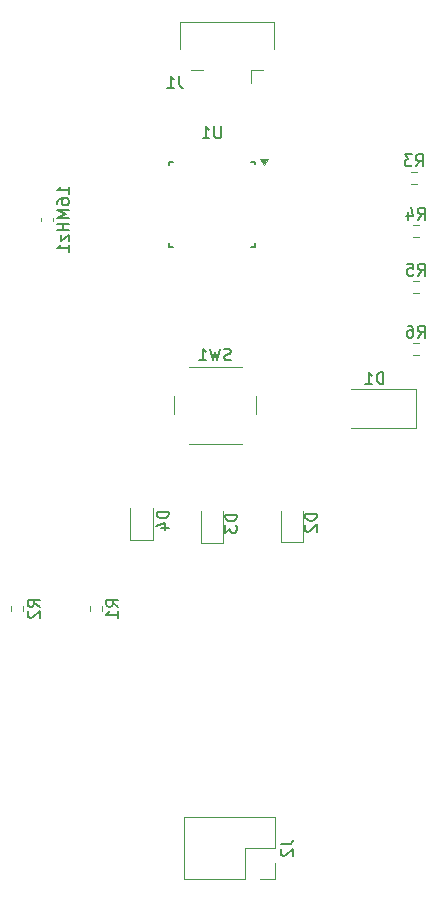
<source format=gbr>
%TF.GenerationSoftware,KiCad,Pcbnew,9.0.0*%
%TF.CreationDate,2025-04-07T20:23:24+05:30*%
%TF.ProjectId,arduino nano clone,61726475-696e-46f2-906e-616e6f20636c,rev?*%
%TF.SameCoordinates,Original*%
%TF.FileFunction,Legend,Bot*%
%TF.FilePolarity,Positive*%
%FSLAX46Y46*%
G04 Gerber Fmt 4.6, Leading zero omitted, Abs format (unit mm)*
G04 Created by KiCad (PCBNEW 9.0.0) date 2025-04-07 20:23:24*
%MOMM*%
%LPD*%
G01*
G04 APERTURE LIST*
%ADD10C,0.150000*%
%ADD11C,0.100000*%
%ADD12C,0.120000*%
G04 APERTURE END LIST*
D10*
X150570713Y-63384819D02*
X150570713Y-64099104D01*
X150570713Y-64099104D02*
X150618332Y-64241961D01*
X150618332Y-64241961D02*
X150713570Y-64337200D01*
X150713570Y-64337200D02*
X150856427Y-64384819D01*
X150856427Y-64384819D02*
X150951665Y-64384819D01*
X149570713Y-64384819D02*
X150142141Y-64384819D01*
X149856427Y-64384819D02*
X149856427Y-63384819D01*
X149856427Y-63384819D02*
X149951665Y-63527676D01*
X149951665Y-63527676D02*
X150046903Y-63622914D01*
X150046903Y-63622914D02*
X150142141Y-63670533D01*
X138762199Y-108313333D02*
X138286008Y-107980000D01*
X138762199Y-107741905D02*
X137762199Y-107741905D01*
X137762199Y-107741905D02*
X137762199Y-108122857D01*
X137762199Y-108122857D02*
X137809818Y-108218095D01*
X137809818Y-108218095D02*
X137857437Y-108265714D01*
X137857437Y-108265714D02*
X137952675Y-108313333D01*
X137952675Y-108313333D02*
X138095532Y-108313333D01*
X138095532Y-108313333D02*
X138190770Y-108265714D01*
X138190770Y-108265714D02*
X138238389Y-108218095D01*
X138238389Y-108218095D02*
X138286008Y-108122857D01*
X138286008Y-108122857D02*
X138286008Y-107741905D01*
X137857437Y-108694286D02*
X137809818Y-108741905D01*
X137809818Y-108741905D02*
X137762199Y-108837143D01*
X137762199Y-108837143D02*
X137762199Y-109075238D01*
X137762199Y-109075238D02*
X137809818Y-109170476D01*
X137809818Y-109170476D02*
X137857437Y-109218095D01*
X137857437Y-109218095D02*
X137952675Y-109265714D01*
X137952675Y-109265714D02*
X138047913Y-109265714D01*
X138047913Y-109265714D02*
X138190770Y-109218095D01*
X138190770Y-109218095D02*
X138762199Y-108646667D01*
X138762199Y-108646667D02*
X138762199Y-109265714D01*
X170794046Y-80274819D02*
X171127379Y-79798628D01*
X171365474Y-80274819D02*
X171365474Y-79274819D01*
X171365474Y-79274819D02*
X170984522Y-79274819D01*
X170984522Y-79274819D02*
X170889284Y-79322438D01*
X170889284Y-79322438D02*
X170841665Y-79370057D01*
X170841665Y-79370057D02*
X170794046Y-79465295D01*
X170794046Y-79465295D02*
X170794046Y-79608152D01*
X170794046Y-79608152D02*
X170841665Y-79703390D01*
X170841665Y-79703390D02*
X170889284Y-79751009D01*
X170889284Y-79751009D02*
X170984522Y-79798628D01*
X170984522Y-79798628D02*
X171365474Y-79798628D01*
X169889284Y-79274819D02*
X170365474Y-79274819D01*
X170365474Y-79274819D02*
X170413093Y-79751009D01*
X170413093Y-79751009D02*
X170365474Y-79703390D01*
X170365474Y-79703390D02*
X170270236Y-79655771D01*
X170270236Y-79655771D02*
X170032141Y-79655771D01*
X170032141Y-79655771D02*
X169936903Y-79703390D01*
X169936903Y-79703390D02*
X169889284Y-79751009D01*
X169889284Y-79751009D02*
X169841665Y-79846247D01*
X169841665Y-79846247D02*
X169841665Y-80084342D01*
X169841665Y-80084342D02*
X169889284Y-80179580D01*
X169889284Y-80179580D02*
X169936903Y-80227200D01*
X169936903Y-80227200D02*
X170032141Y-80274819D01*
X170032141Y-80274819D02*
X170270236Y-80274819D01*
X170270236Y-80274819D02*
X170365474Y-80227200D01*
X170365474Y-80227200D02*
X170413093Y-80179580D01*
X155482199Y-100511905D02*
X154482199Y-100511905D01*
X154482199Y-100511905D02*
X154482199Y-100750000D01*
X154482199Y-100750000D02*
X154529818Y-100892857D01*
X154529818Y-100892857D02*
X154625056Y-100988095D01*
X154625056Y-100988095D02*
X154720294Y-101035714D01*
X154720294Y-101035714D02*
X154910770Y-101083333D01*
X154910770Y-101083333D02*
X155053627Y-101083333D01*
X155053627Y-101083333D02*
X155244103Y-101035714D01*
X155244103Y-101035714D02*
X155339341Y-100988095D01*
X155339341Y-100988095D02*
X155434580Y-100892857D01*
X155434580Y-100892857D02*
X155482199Y-100750000D01*
X155482199Y-100750000D02*
X155482199Y-100511905D01*
X154482199Y-101416667D02*
X154482199Y-102035714D01*
X154482199Y-102035714D02*
X154863151Y-101702381D01*
X154863151Y-101702381D02*
X154863151Y-101845238D01*
X154863151Y-101845238D02*
X154910770Y-101940476D01*
X154910770Y-101940476D02*
X154958389Y-101988095D01*
X154958389Y-101988095D02*
X155053627Y-102035714D01*
X155053627Y-102035714D02*
X155291722Y-102035714D01*
X155291722Y-102035714D02*
X155386960Y-101988095D01*
X155386960Y-101988095D02*
X155434580Y-101940476D01*
X155434580Y-101940476D02*
X155482199Y-101845238D01*
X155482199Y-101845238D02*
X155482199Y-101559524D01*
X155482199Y-101559524D02*
X155434580Y-101464286D01*
X155434580Y-101464286D02*
X155386960Y-101416667D01*
X159187199Y-128421666D02*
X159901484Y-128421666D01*
X159901484Y-128421666D02*
X160044341Y-128374047D01*
X160044341Y-128374047D02*
X160139580Y-128278809D01*
X160139580Y-128278809D02*
X160187199Y-128135952D01*
X160187199Y-128135952D02*
X160187199Y-128040714D01*
X159282437Y-128850238D02*
X159234818Y-128897857D01*
X159234818Y-128897857D02*
X159187199Y-128993095D01*
X159187199Y-128993095D02*
X159187199Y-129231190D01*
X159187199Y-129231190D02*
X159234818Y-129326428D01*
X159234818Y-129326428D02*
X159282437Y-129374047D01*
X159282437Y-129374047D02*
X159377675Y-129421666D01*
X159377675Y-129421666D02*
X159472913Y-129421666D01*
X159472913Y-129421666D02*
X159615770Y-129374047D01*
X159615770Y-129374047D02*
X160187199Y-128802619D01*
X160187199Y-128802619D02*
X160187199Y-129421666D01*
X145417199Y-108313333D02*
X144941008Y-107980000D01*
X145417199Y-107741905D02*
X144417199Y-107741905D01*
X144417199Y-107741905D02*
X144417199Y-108122857D01*
X144417199Y-108122857D02*
X144464818Y-108218095D01*
X144464818Y-108218095D02*
X144512437Y-108265714D01*
X144512437Y-108265714D02*
X144607675Y-108313333D01*
X144607675Y-108313333D02*
X144750532Y-108313333D01*
X144750532Y-108313333D02*
X144845770Y-108265714D01*
X144845770Y-108265714D02*
X144893389Y-108218095D01*
X144893389Y-108218095D02*
X144941008Y-108122857D01*
X144941008Y-108122857D02*
X144941008Y-107741905D01*
X145417199Y-109265714D02*
X145417199Y-108694286D01*
X145417199Y-108980000D02*
X144417199Y-108980000D01*
X144417199Y-108980000D02*
X144560056Y-108884762D01*
X144560056Y-108884762D02*
X144655294Y-108789524D01*
X144655294Y-108789524D02*
X144702913Y-108694286D01*
X170619046Y-71024819D02*
X170952379Y-70548628D01*
X171190474Y-71024819D02*
X171190474Y-70024819D01*
X171190474Y-70024819D02*
X170809522Y-70024819D01*
X170809522Y-70024819D02*
X170714284Y-70072438D01*
X170714284Y-70072438D02*
X170666665Y-70120057D01*
X170666665Y-70120057D02*
X170619046Y-70215295D01*
X170619046Y-70215295D02*
X170619046Y-70358152D01*
X170619046Y-70358152D02*
X170666665Y-70453390D01*
X170666665Y-70453390D02*
X170714284Y-70501009D01*
X170714284Y-70501009D02*
X170809522Y-70548628D01*
X170809522Y-70548628D02*
X171190474Y-70548628D01*
X170285712Y-70024819D02*
X169666665Y-70024819D01*
X169666665Y-70024819D02*
X169999998Y-70405771D01*
X169999998Y-70405771D02*
X169857141Y-70405771D01*
X169857141Y-70405771D02*
X169761903Y-70453390D01*
X169761903Y-70453390D02*
X169714284Y-70501009D01*
X169714284Y-70501009D02*
X169666665Y-70596247D01*
X169666665Y-70596247D02*
X169666665Y-70834342D01*
X169666665Y-70834342D02*
X169714284Y-70929580D01*
X169714284Y-70929580D02*
X169761903Y-70977200D01*
X169761903Y-70977200D02*
X169857141Y-71024819D01*
X169857141Y-71024819D02*
X170142855Y-71024819D01*
X170142855Y-71024819D02*
X170238093Y-70977200D01*
X170238093Y-70977200D02*
X170285712Y-70929580D01*
X141262199Y-73358333D02*
X141262199Y-72786905D01*
X141262199Y-73072619D02*
X140262199Y-73072619D01*
X140262199Y-73072619D02*
X140405056Y-72977381D01*
X140405056Y-72977381D02*
X140500294Y-72882143D01*
X140500294Y-72882143D02*
X140547913Y-72786905D01*
X140262199Y-74215476D02*
X140262199Y-74025000D01*
X140262199Y-74025000D02*
X140309818Y-73929762D01*
X140309818Y-73929762D02*
X140357437Y-73882143D01*
X140357437Y-73882143D02*
X140500294Y-73786905D01*
X140500294Y-73786905D02*
X140690770Y-73739286D01*
X140690770Y-73739286D02*
X141071722Y-73739286D01*
X141071722Y-73739286D02*
X141166960Y-73786905D01*
X141166960Y-73786905D02*
X141214580Y-73834524D01*
X141214580Y-73834524D02*
X141262199Y-73929762D01*
X141262199Y-73929762D02*
X141262199Y-74120238D01*
X141262199Y-74120238D02*
X141214580Y-74215476D01*
X141214580Y-74215476D02*
X141166960Y-74263095D01*
X141166960Y-74263095D02*
X141071722Y-74310714D01*
X141071722Y-74310714D02*
X140833627Y-74310714D01*
X140833627Y-74310714D02*
X140738389Y-74263095D01*
X140738389Y-74263095D02*
X140690770Y-74215476D01*
X140690770Y-74215476D02*
X140643151Y-74120238D01*
X140643151Y-74120238D02*
X140643151Y-73929762D01*
X140643151Y-73929762D02*
X140690770Y-73834524D01*
X140690770Y-73834524D02*
X140738389Y-73786905D01*
X140738389Y-73786905D02*
X140833627Y-73739286D01*
X141262199Y-74739286D02*
X140262199Y-74739286D01*
X140262199Y-74739286D02*
X140976484Y-75072619D01*
X140976484Y-75072619D02*
X140262199Y-75405952D01*
X140262199Y-75405952D02*
X141262199Y-75405952D01*
X141262199Y-75882143D02*
X140262199Y-75882143D01*
X140738389Y-75882143D02*
X140738389Y-76453571D01*
X141262199Y-76453571D02*
X140262199Y-76453571D01*
X140595532Y-76834524D02*
X140595532Y-77358333D01*
X140595532Y-77358333D02*
X141262199Y-76834524D01*
X141262199Y-76834524D02*
X141262199Y-77358333D01*
X141262199Y-78263095D02*
X141262199Y-77691667D01*
X141262199Y-77977381D02*
X140262199Y-77977381D01*
X140262199Y-77977381D02*
X140405056Y-77882143D01*
X140405056Y-77882143D02*
X140500294Y-77786905D01*
X140500294Y-77786905D02*
X140547913Y-77691667D01*
X154139284Y-67654819D02*
X154139284Y-68464342D01*
X154139284Y-68464342D02*
X154091665Y-68559580D01*
X154091665Y-68559580D02*
X154044046Y-68607200D01*
X154044046Y-68607200D02*
X153948808Y-68654819D01*
X153948808Y-68654819D02*
X153758332Y-68654819D01*
X153758332Y-68654819D02*
X153663094Y-68607200D01*
X153663094Y-68607200D02*
X153615475Y-68559580D01*
X153615475Y-68559580D02*
X153567856Y-68464342D01*
X153567856Y-68464342D02*
X153567856Y-67654819D01*
X152567856Y-68654819D02*
X153139284Y-68654819D01*
X152853570Y-68654819D02*
X152853570Y-67654819D01*
X152853570Y-67654819D02*
X152948808Y-67797676D01*
X152948808Y-67797676D02*
X153044046Y-67892914D01*
X153044046Y-67892914D02*
X153139284Y-67940533D01*
X162232199Y-100449405D02*
X161232199Y-100449405D01*
X161232199Y-100449405D02*
X161232199Y-100687500D01*
X161232199Y-100687500D02*
X161279818Y-100830357D01*
X161279818Y-100830357D02*
X161375056Y-100925595D01*
X161375056Y-100925595D02*
X161470294Y-100973214D01*
X161470294Y-100973214D02*
X161660770Y-101020833D01*
X161660770Y-101020833D02*
X161803627Y-101020833D01*
X161803627Y-101020833D02*
X161994103Y-100973214D01*
X161994103Y-100973214D02*
X162089341Y-100925595D01*
X162089341Y-100925595D02*
X162184580Y-100830357D01*
X162184580Y-100830357D02*
X162232199Y-100687500D01*
X162232199Y-100687500D02*
X162232199Y-100449405D01*
X161327437Y-101401786D02*
X161279818Y-101449405D01*
X161279818Y-101449405D02*
X161232199Y-101544643D01*
X161232199Y-101544643D02*
X161232199Y-101782738D01*
X161232199Y-101782738D02*
X161279818Y-101877976D01*
X161279818Y-101877976D02*
X161327437Y-101925595D01*
X161327437Y-101925595D02*
X161422675Y-101973214D01*
X161422675Y-101973214D02*
X161517913Y-101973214D01*
X161517913Y-101973214D02*
X161660770Y-101925595D01*
X161660770Y-101925595D02*
X162232199Y-101354167D01*
X162232199Y-101354167D02*
X162232199Y-101973214D01*
X170794046Y-75534819D02*
X171127379Y-75058628D01*
X171365474Y-75534819D02*
X171365474Y-74534819D01*
X171365474Y-74534819D02*
X170984522Y-74534819D01*
X170984522Y-74534819D02*
X170889284Y-74582438D01*
X170889284Y-74582438D02*
X170841665Y-74630057D01*
X170841665Y-74630057D02*
X170794046Y-74725295D01*
X170794046Y-74725295D02*
X170794046Y-74868152D01*
X170794046Y-74868152D02*
X170841665Y-74963390D01*
X170841665Y-74963390D02*
X170889284Y-75011009D01*
X170889284Y-75011009D02*
X170984522Y-75058628D01*
X170984522Y-75058628D02*
X171365474Y-75058628D01*
X169936903Y-74868152D02*
X169936903Y-75534819D01*
X170174998Y-74487200D02*
X170413093Y-75201485D01*
X170413093Y-75201485D02*
X169794046Y-75201485D01*
X170794046Y-85524819D02*
X171127379Y-85048628D01*
X171365474Y-85524819D02*
X171365474Y-84524819D01*
X171365474Y-84524819D02*
X170984522Y-84524819D01*
X170984522Y-84524819D02*
X170889284Y-84572438D01*
X170889284Y-84572438D02*
X170841665Y-84620057D01*
X170841665Y-84620057D02*
X170794046Y-84715295D01*
X170794046Y-84715295D02*
X170794046Y-84858152D01*
X170794046Y-84858152D02*
X170841665Y-84953390D01*
X170841665Y-84953390D02*
X170889284Y-85001009D01*
X170889284Y-85001009D02*
X170984522Y-85048628D01*
X170984522Y-85048628D02*
X171365474Y-85048628D01*
X169936903Y-84524819D02*
X170127379Y-84524819D01*
X170127379Y-84524819D02*
X170222617Y-84572438D01*
X170222617Y-84572438D02*
X170270236Y-84620057D01*
X170270236Y-84620057D02*
X170365474Y-84762914D01*
X170365474Y-84762914D02*
X170413093Y-84953390D01*
X170413093Y-84953390D02*
X170413093Y-85334342D01*
X170413093Y-85334342D02*
X170365474Y-85429580D01*
X170365474Y-85429580D02*
X170317855Y-85477200D01*
X170317855Y-85477200D02*
X170222617Y-85524819D01*
X170222617Y-85524819D02*
X170032141Y-85524819D01*
X170032141Y-85524819D02*
X169936903Y-85477200D01*
X169936903Y-85477200D02*
X169889284Y-85429580D01*
X169889284Y-85429580D02*
X169841665Y-85334342D01*
X169841665Y-85334342D02*
X169841665Y-85096247D01*
X169841665Y-85096247D02*
X169889284Y-85001009D01*
X169889284Y-85001009D02*
X169936903Y-84953390D01*
X169936903Y-84953390D02*
X170032141Y-84905771D01*
X170032141Y-84905771D02*
X170222617Y-84905771D01*
X170222617Y-84905771D02*
X170317855Y-84953390D01*
X170317855Y-84953390D02*
X170365474Y-85001009D01*
X170365474Y-85001009D02*
X170413093Y-85096247D01*
X167865474Y-89454819D02*
X167865474Y-88454819D01*
X167865474Y-88454819D02*
X167627379Y-88454819D01*
X167627379Y-88454819D02*
X167484522Y-88502438D01*
X167484522Y-88502438D02*
X167389284Y-88597676D01*
X167389284Y-88597676D02*
X167341665Y-88692914D01*
X167341665Y-88692914D02*
X167294046Y-88883390D01*
X167294046Y-88883390D02*
X167294046Y-89026247D01*
X167294046Y-89026247D02*
X167341665Y-89216723D01*
X167341665Y-89216723D02*
X167389284Y-89311961D01*
X167389284Y-89311961D02*
X167484522Y-89407200D01*
X167484522Y-89407200D02*
X167627379Y-89454819D01*
X167627379Y-89454819D02*
X167865474Y-89454819D01*
X166341665Y-89454819D02*
X166913093Y-89454819D01*
X166627379Y-89454819D02*
X166627379Y-88454819D01*
X166627379Y-88454819D02*
X166722617Y-88597676D01*
X166722617Y-88597676D02*
X166817855Y-88692914D01*
X166817855Y-88692914D02*
X166913093Y-88740533D01*
X154960712Y-87407200D02*
X154817855Y-87454819D01*
X154817855Y-87454819D02*
X154579760Y-87454819D01*
X154579760Y-87454819D02*
X154484522Y-87407200D01*
X154484522Y-87407200D02*
X154436903Y-87359580D01*
X154436903Y-87359580D02*
X154389284Y-87264342D01*
X154389284Y-87264342D02*
X154389284Y-87169104D01*
X154389284Y-87169104D02*
X154436903Y-87073866D01*
X154436903Y-87073866D02*
X154484522Y-87026247D01*
X154484522Y-87026247D02*
X154579760Y-86978628D01*
X154579760Y-86978628D02*
X154770236Y-86931009D01*
X154770236Y-86931009D02*
X154865474Y-86883390D01*
X154865474Y-86883390D02*
X154913093Y-86835771D01*
X154913093Y-86835771D02*
X154960712Y-86740533D01*
X154960712Y-86740533D02*
X154960712Y-86645295D01*
X154960712Y-86645295D02*
X154913093Y-86550057D01*
X154913093Y-86550057D02*
X154865474Y-86502438D01*
X154865474Y-86502438D02*
X154770236Y-86454819D01*
X154770236Y-86454819D02*
X154532141Y-86454819D01*
X154532141Y-86454819D02*
X154389284Y-86502438D01*
X154055950Y-86454819D02*
X153817855Y-87454819D01*
X153817855Y-87454819D02*
X153627379Y-86740533D01*
X153627379Y-86740533D02*
X153436903Y-87454819D01*
X153436903Y-87454819D02*
X153198808Y-86454819D01*
X152294046Y-87454819D02*
X152865474Y-87454819D01*
X152579760Y-87454819D02*
X152579760Y-86454819D01*
X152579760Y-86454819D02*
X152674998Y-86597676D01*
X152674998Y-86597676D02*
X152770236Y-86692914D01*
X152770236Y-86692914D02*
X152865474Y-86740533D01*
X149684819Y-100261905D02*
X148684819Y-100261905D01*
X148684819Y-100261905D02*
X148684819Y-100500000D01*
X148684819Y-100500000D02*
X148732438Y-100642857D01*
X148732438Y-100642857D02*
X148827676Y-100738095D01*
X148827676Y-100738095D02*
X148922914Y-100785714D01*
X148922914Y-100785714D02*
X149113390Y-100833333D01*
X149113390Y-100833333D02*
X149256247Y-100833333D01*
X149256247Y-100833333D02*
X149446723Y-100785714D01*
X149446723Y-100785714D02*
X149541961Y-100738095D01*
X149541961Y-100738095D02*
X149637200Y-100642857D01*
X149637200Y-100642857D02*
X149684819Y-100500000D01*
X149684819Y-100500000D02*
X149684819Y-100261905D01*
X149018152Y-101690476D02*
X149684819Y-101690476D01*
X148637200Y-101452381D02*
X149351485Y-101214286D01*
X149351485Y-101214286D02*
X149351485Y-101833333D01*
D11*
%TO.C,J1*%
X150677380Y-58800000D02*
X158577380Y-58800000D01*
X150677380Y-61100000D02*
X150677380Y-58800000D01*
X152562904Y-62888539D02*
X151562904Y-62888539D01*
X156677380Y-62900000D02*
X157677380Y-62900000D01*
X156677380Y-63950000D02*
X156677380Y-62900000D01*
X158577380Y-58800000D02*
X158577380Y-61100000D01*
D12*
%TO.C,R2*%
X136354880Y-108717258D02*
X136354880Y-108242742D01*
X137399880Y-108717258D02*
X137399880Y-108242742D01*
%TO.C,R5*%
X170864638Y-80727500D02*
X170390122Y-80727500D01*
X170864638Y-81772500D02*
X170390122Y-81772500D01*
%TO.C,D3*%
X152417380Y-102935000D02*
X152417380Y-100250000D01*
X154337380Y-100250000D02*
X154337380Y-102935000D01*
X154337380Y-102935000D02*
X152417380Y-102935000D01*
%TO.C,J2*%
X150992380Y-131355000D02*
X150992380Y-126155000D01*
X156132380Y-128755000D02*
X158732380Y-128755000D01*
X156132380Y-131355000D02*
X150992380Y-131355000D01*
X156132380Y-131355000D02*
X156132380Y-128755000D01*
X157402380Y-131355000D02*
X158732380Y-131355000D01*
X158732380Y-126155000D02*
X150992380Y-126155000D01*
X158732380Y-128755000D02*
X158732380Y-126155000D01*
X158732380Y-131355000D02*
X158732380Y-130025000D01*
%TO.C,R1*%
X143009880Y-108717258D02*
X143009880Y-108242742D01*
X144054880Y-108717258D02*
X144054880Y-108242742D01*
%TO.C,R3*%
X170689638Y-71477500D02*
X170215122Y-71477500D01*
X170689638Y-72522500D02*
X170215122Y-72522500D01*
%TO.C,16MHz1*%
X138867380Y-75665580D02*
X138867380Y-75384420D01*
X139887380Y-75665580D02*
X139887380Y-75384420D01*
D10*
%TO.C,U1*%
X149752380Y-70625000D02*
X149752380Y-70950000D01*
X149752380Y-70625000D02*
X150077380Y-70625000D01*
X149752380Y-77875000D02*
X149752380Y-77550000D01*
X149752380Y-77875000D02*
X150077380Y-77875000D01*
X157002380Y-70625000D02*
X156677380Y-70625000D01*
X157002380Y-70625000D02*
X157002380Y-70850000D01*
X157002380Y-77875000D02*
X156677380Y-77875000D01*
X157002380Y-77875000D02*
X157002380Y-77550000D01*
D12*
X157767380Y-70910000D02*
X157427380Y-70440000D01*
X158107380Y-70440000D01*
X157767380Y-70910000D01*
G36*
X157767380Y-70910000D02*
G01*
X157427380Y-70440000D01*
X158107380Y-70440000D01*
X157767380Y-70910000D01*
G37*
%TO.C,D2*%
X159167380Y-102872500D02*
X159167380Y-100187500D01*
X161087380Y-100187500D02*
X161087380Y-102872500D01*
X161087380Y-102872500D02*
X159167380Y-102872500D01*
%TO.C,R4*%
X170864638Y-75987500D02*
X170390122Y-75987500D01*
X170864638Y-77032500D02*
X170390122Y-77032500D01*
%TO.C,R6*%
X170864638Y-85977500D02*
X170390122Y-85977500D01*
X170864638Y-87022500D02*
X170390122Y-87022500D01*
%TO.C,D1*%
X170637380Y-89850000D02*
X165127380Y-89850000D01*
X170637380Y-89850000D02*
X170637380Y-93150000D01*
X170637380Y-93150000D02*
X165127380Y-93150000D01*
%TO.C,SW1*%
X150127380Y-92000000D02*
X150127380Y-90500000D01*
X151377380Y-88000000D02*
X155877380Y-88000000D01*
X155877380Y-94500000D02*
X151377380Y-94500000D01*
X157127380Y-90500000D02*
X157127380Y-92000000D01*
%TO.C,D4*%
X146417380Y-102685000D02*
X146417380Y-100000000D01*
X148337380Y-100000000D02*
X148337380Y-102685000D01*
X148337380Y-102685000D02*
X146417380Y-102685000D01*
%TD*%
M02*

</source>
